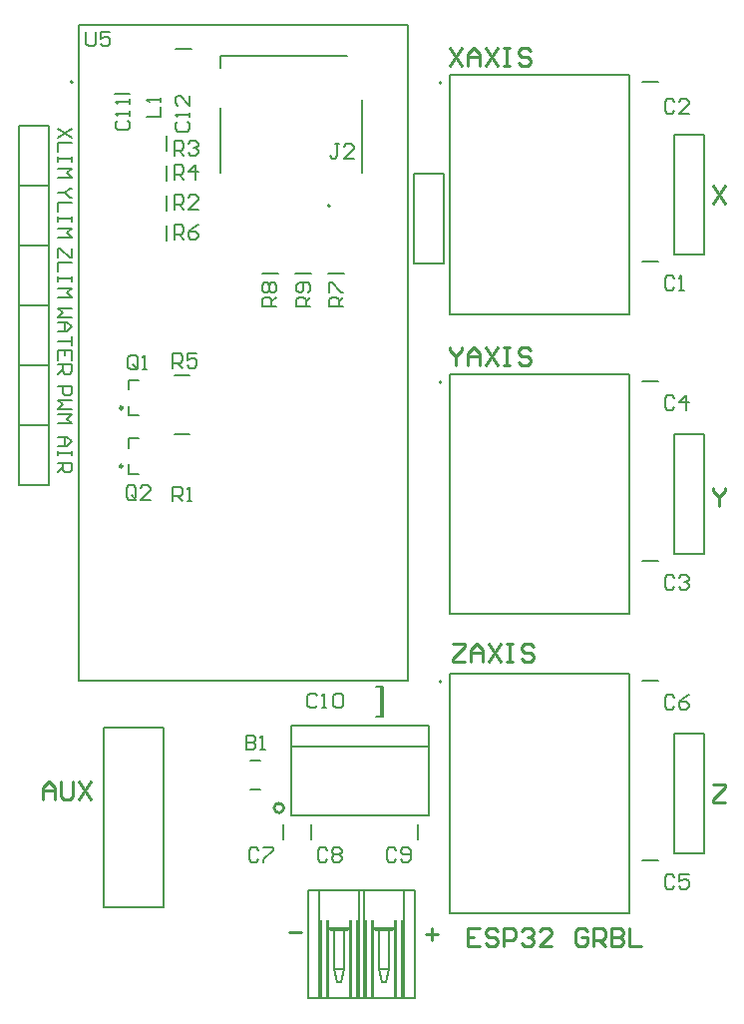
<source format=gto>
G04*
G04 #@! TF.GenerationSoftware,Altium Limited,Altium Designer,19.1.8 (144)*
G04*
G04 Layer_Color=65535*
%FSLAX43Y43*%
%MOMM*%
G71*
G01*
G75*
%ADD10C,0.250*%
%ADD11C,0.200*%
%ADD12C,0.254*%
%ADD13C,0.127*%
D10*
X119298Y84621D02*
G03*
X119298Y84621I-125J0D01*
G01*
Y89574D02*
G03*
X119298Y89574I-125J0D01*
G01*
D11*
X136904Y106720D02*
G03*
X136904Y106720I-100J0D01*
G01*
X115070Y117204D02*
G03*
X115070Y117204I-100J0D01*
G01*
X146386Y66346D02*
G03*
X146386Y66346I-100J0D01*
G01*
Y117146D02*
G03*
X146386Y117146I-100J0D01*
G01*
Y91746D02*
G03*
X146386Y91746I-100J0D01*
G01*
X138364Y45269D02*
G03*
X138556Y45414I0J200D01*
G01*
X136780D02*
G03*
X136972Y45269I192J55D01*
G01*
X142174D02*
G03*
X142366Y45414I0J200D01*
G01*
X140590D02*
G03*
X140782Y45269I192J55D01*
G01*
X119823Y83971D02*
X120623D01*
X119823D02*
Y84771D01*
Y86971D02*
X120623D01*
X119823Y86171D02*
Y86971D01*
X136764Y100970D02*
X138064D01*
X133970D02*
X135270D01*
X131176D02*
X132476D01*
X117729Y47244D02*
Y62484D01*
Y47244D02*
X122809D01*
Y62484D01*
X117729D02*
X122809D01*
X110490Y98298D02*
X113030D01*
Y103378D01*
X110490D02*
X113030D01*
X110490Y98298D02*
Y103378D01*
X113030D01*
Y108458D01*
X110490D02*
X113030D01*
X110490Y103378D02*
Y108458D01*
X113030D01*
Y113538D01*
X110490D02*
X113030D01*
X110490Y108458D02*
Y113538D01*
X123683Y92324D02*
X124983D01*
X110490Y88138D02*
X113030D01*
X110490D02*
Y93218D01*
X113030D01*
Y88138D02*
Y93218D01*
X110490D02*
X113030D01*
Y98298D01*
X110490D02*
X113030D01*
X110490Y93218D02*
Y98298D01*
X123058Y108824D02*
Y110124D01*
Y111364D02*
Y112664D01*
Y106284D02*
Y107584D01*
X144018Y101854D02*
Y109474D01*
Y101854D02*
X146558D01*
Y109474D01*
X144018D02*
X146558D01*
X118603Y116210D02*
X119903D01*
X132964Y52944D02*
Y54244D01*
X163434Y66416D02*
X164734D01*
X163434Y51176D02*
X164734D01*
X163434Y91816D02*
X164734D01*
X163434Y76576D02*
X164734D01*
X163434Y117216D02*
X164734D01*
X163434Y101976D02*
X164734D01*
X166116Y51816D02*
X168656D01*
X166116D02*
Y61976D01*
X168656Y51816D02*
Y61976D01*
X166116D02*
X168656D01*
X166116Y102616D02*
X168656D01*
X166116D02*
Y112776D01*
X168656Y102616D02*
Y112776D01*
X166116D02*
X168656D01*
X166116Y77216D02*
X168656D01*
X166116D02*
Y87376D01*
X168656Y77216D02*
Y87376D01*
X166116D02*
X168656D01*
X130156Y57170D02*
X130956D01*
X130156Y59670D02*
X130956D01*
X119823Y88924D02*
X120623D01*
X119823D02*
Y89724D01*
Y91924D02*
X120623D01*
X119823Y91124D02*
Y91924D01*
X123058Y103744D02*
Y105044D01*
X145288Y54991D02*
Y62611D01*
X133604Y54991D02*
Y62611D01*
Y54991D02*
X145288D01*
X133604Y62611D02*
X145288D01*
X133718Y60833D02*
X145288D01*
X135260Y52944D02*
Y54244D01*
X144394Y52944D02*
Y54244D01*
X140797Y63393D02*
X141397D01*
X140797Y65893D02*
X141397D01*
Y63393D02*
Y65893D01*
X141207Y63393D02*
Y65893D01*
X123810Y120010D02*
X125110D01*
X144078Y39469D02*
Y48669D01*
X136648Y39469D02*
Y46119D01*
X136748Y39469D02*
Y46119D01*
X136713Y39469D02*
Y46119D01*
X136108Y39469D02*
Y46119D01*
X139228Y39469D02*
Y46119D01*
X138633Y39469D02*
Y46119D01*
X138598Y39469D02*
Y46119D01*
X138698Y39469D02*
Y46119D01*
X139318Y39469D02*
Y46119D01*
X140458Y39469D02*
Y46119D01*
X140558Y39469D02*
Y46119D01*
X140523Y39469D02*
Y46119D01*
X139918Y39469D02*
Y46119D01*
X143038Y39469D02*
Y46119D01*
X142443Y39469D02*
Y46119D01*
X142408Y39469D02*
Y46119D01*
X142508Y39469D02*
Y46119D01*
X143128Y39469D02*
Y46119D01*
X136780Y45414D02*
X138556D01*
X136972Y45269D02*
X138364D01*
X140590Y45414D02*
X142366D01*
X140782Y45269D02*
X142174D01*
X137528Y40819D02*
X137818D01*
X141338D02*
X141628D01*
X137294Y41919D02*
X138052D01*
X137278Y41995D02*
Y45269D01*
X138068Y41995D02*
Y45269D01*
X137278Y41995D02*
X137528Y40819D01*
X137818D02*
X138068Y41995D01*
X141104Y41919D02*
X141862D01*
X141088Y41995D02*
Y45269D01*
X141878Y41995D02*
Y45269D01*
X141088Y41995D02*
X141338Y40819D01*
X141628D02*
X141878Y41995D01*
X135068Y39469D02*
X144078D01*
X135068D02*
Y48669D01*
X144078D01*
X143138Y39469D02*
Y48669D01*
X139828Y39469D02*
Y48669D01*
X139328Y39469D02*
Y48669D01*
X136018Y39469D02*
Y48669D01*
X113030Y83058D02*
Y88138D01*
X110490D02*
X113030D01*
X110490Y83058D02*
Y88138D01*
Y83058D02*
X113030D01*
X123683Y87371D02*
X124983D01*
X135255Y98171D02*
X134055D01*
Y98771D01*
X134255Y98971D01*
X134655D01*
X134855Y98771D01*
Y98171D01*
Y98571D02*
X135255Y98971D01*
X135055Y99371D02*
X135255Y99571D01*
Y99970D01*
X135055Y100170D01*
X134255D01*
X134055Y99970D01*
Y99571D01*
X134255Y99371D01*
X134455D01*
X134655Y99571D01*
Y100170D01*
X132334Y98171D02*
X131134D01*
Y98771D01*
X131334Y98971D01*
X131734D01*
X131934Y98771D01*
Y98171D01*
Y98571D02*
X132334Y98971D01*
X131334Y99371D02*
X131134Y99571D01*
Y99970D01*
X131334Y100170D01*
X131534D01*
X131734Y99970D01*
X131934Y100170D01*
X132134D01*
X132334Y99970D01*
Y99571D01*
X132134Y99371D01*
X131934D01*
X131734Y99571D01*
X131534Y99371D01*
X131334D01*
X131734Y99571D02*
Y99970D01*
X138049Y98171D02*
X136849D01*
Y98771D01*
X137049Y98971D01*
X137449D01*
X137649Y98771D01*
Y98171D01*
Y98571D02*
X138049Y98971D01*
X136849Y99371D02*
Y100170D01*
X137049D01*
X137849Y99371D01*
X138049D01*
X116205Y121469D02*
Y120469D01*
X116405Y120269D01*
X116805D01*
X117005Y120469D01*
Y121469D01*
X118204D02*
X117405D01*
Y120869D01*
X117804Y121069D01*
X118004D01*
X118204Y120869D01*
Y120469D01*
X118004Y120269D01*
X117605D01*
X117405Y120469D01*
X137706Y111944D02*
X137306D01*
X137506D01*
Y110944D01*
X137306Y110744D01*
X137106D01*
X136906Y110944D01*
X138905Y110744D02*
X138106D01*
X138905Y111544D01*
Y111744D01*
X138705Y111944D01*
X138306D01*
X138106Y111744D01*
X114992Y103124D02*
Y102324D01*
X114792D01*
X113992Y103124D01*
X113792D01*
Y102324D01*
X114992Y101924D02*
X113792D01*
Y101125D01*
X114992Y100725D02*
Y100325D01*
Y100525D01*
X113792D01*
Y100725D01*
Y100325D01*
Y99725D02*
X114992D01*
X114592Y99325D01*
X114992Y98925D01*
X113792D01*
X114992Y108204D02*
X114792D01*
X114392Y107804D01*
X114792Y107404D01*
X114992D01*
X114392Y107804D02*
X113792D01*
X114992Y107004D02*
X113792D01*
Y106205D01*
X114992Y105805D02*
Y105405D01*
Y105605D01*
X113792D01*
Y105805D01*
Y105405D01*
Y104805D02*
X114992D01*
X114592Y104405D01*
X114992Y104005D01*
X113792D01*
X114992Y113284D02*
X113792Y112484D01*
X114992D02*
X113792Y113284D01*
X114992Y112084D02*
X113792D01*
Y111285D01*
X114992Y110885D02*
Y110485D01*
Y110685D01*
X113792D01*
Y110885D01*
Y110485D01*
Y109885D02*
X114992D01*
X114592Y109485D01*
X114992Y109085D01*
X113792D01*
X123571Y92964D02*
Y94164D01*
X124171D01*
X124371Y93964D01*
Y93564D01*
X124171Y93364D01*
X123571D01*
X123971D02*
X124371Y92964D01*
X125570Y94164D02*
X124771D01*
Y93564D01*
X125170Y93764D01*
X125370D01*
X125570Y93564D01*
Y93164D01*
X125370Y92964D01*
X124971D01*
X124771Y93164D01*
X113792Y91440D02*
X114992D01*
Y90840D01*
X114792Y90640D01*
X114392D01*
X114192Y90840D01*
Y91440D01*
X114992Y90240D02*
X113792D01*
X114192Y89841D01*
X113792Y89441D01*
X114992D01*
X113792Y89041D02*
X114992D01*
X114592Y88641D01*
X114992Y88241D01*
X113792D01*
X114992Y98044D02*
X113792D01*
X114192Y97644D01*
X113792Y97244D01*
X114992D01*
X113792Y96844D02*
X114592D01*
X114992Y96445D01*
X114592Y96045D01*
X113792D01*
X114392D01*
Y96844D01*
X114992Y95645D02*
Y94845D01*
Y95245D01*
X113792D01*
X114992Y93645D02*
Y94445D01*
X113792D01*
Y93645D01*
X114392Y94445D02*
Y94045D01*
X113792Y93246D02*
X114992D01*
Y92646D01*
X114792Y92446D01*
X114392D01*
X114192Y92646D01*
Y93246D01*
Y92846D02*
X113792Y92446D01*
X123698Y108966D02*
Y110166D01*
X124298D01*
X124498Y109966D01*
Y109566D01*
X124298Y109366D01*
X123698D01*
X124098D02*
X124498Y108966D01*
X125497D02*
Y110166D01*
X124898Y109566D01*
X125697D01*
X123698Y110998D02*
Y112198D01*
X124298D01*
X124498Y111998D01*
Y111598D01*
X124298Y111398D01*
X123698D01*
X124098D02*
X124498Y110998D01*
X124898Y111998D02*
X125098Y112198D01*
X125497D01*
X125697Y111998D01*
Y111798D01*
X125497Y111598D01*
X125297D01*
X125497D01*
X125697Y111398D01*
Y111198D01*
X125497Y110998D01*
X125098D01*
X124898Y111198D01*
X123698Y106426D02*
Y107626D01*
X124298D01*
X124498Y107426D01*
Y107026D01*
X124298Y106826D01*
X123698D01*
X124098D02*
X124498Y106426D01*
X125697D02*
X124898D01*
X125697Y107226D01*
Y107426D01*
X125497Y107626D01*
X125098D01*
X124898Y107426D01*
X121355Y114300D02*
X122555D01*
Y115100D01*
Y115500D02*
Y115899D01*
Y115700D01*
X121355D01*
X121555Y115500D01*
X118888Y113957D02*
X118688Y113757D01*
Y113357D01*
X118888Y113157D01*
X119688D01*
X119888Y113357D01*
Y113757D01*
X119688Y113957D01*
X119888Y114357D02*
Y114756D01*
Y114557D01*
X118688D01*
X118888Y114357D01*
X119888Y115356D02*
Y115756D01*
Y115556D01*
X118688D01*
X118888Y115356D01*
X130848Y52054D02*
X130648Y52254D01*
X130248D01*
X130048Y52054D01*
Y51254D01*
X130248Y51054D01*
X130648D01*
X130848Y51254D01*
X131248Y52254D02*
X132047D01*
Y52054D01*
X131248Y51254D01*
Y51054D01*
X166154Y65008D02*
X165954Y65208D01*
X165554D01*
X165354Y65008D01*
Y64208D01*
X165554Y64008D01*
X165954D01*
X166154Y64208D01*
X167353Y65208D02*
X166953Y65008D01*
X166554Y64608D01*
Y64208D01*
X166754Y64008D01*
X167153D01*
X167353Y64208D01*
Y64408D01*
X167153Y64608D01*
X166554D01*
X166154Y49768D02*
X165954Y49968D01*
X165554D01*
X165354Y49768D01*
Y48968D01*
X165554Y48768D01*
X165954D01*
X166154Y48968D01*
X167353Y49968D02*
X166554D01*
Y49368D01*
X166953Y49568D01*
X167153D01*
X167353Y49368D01*
Y48968D01*
X167153Y48768D01*
X166754D01*
X166554Y48968D01*
X166154Y90408D02*
X165954Y90608D01*
X165554D01*
X165354Y90408D01*
Y89608D01*
X165554Y89408D01*
X165954D01*
X166154Y89608D01*
X167153Y89408D02*
Y90608D01*
X166554Y90008D01*
X167353D01*
X166154Y75168D02*
X165954Y75368D01*
X165554D01*
X165354Y75168D01*
Y74368D01*
X165554Y74168D01*
X165954D01*
X166154Y74368D01*
X166554Y75168D02*
X166754Y75368D01*
X167153D01*
X167353Y75168D01*
Y74968D01*
X167153Y74768D01*
X166953D01*
X167153D01*
X167353Y74568D01*
Y74368D01*
X167153Y74168D01*
X166754D01*
X166554Y74368D01*
X166154Y115554D02*
X165954Y115754D01*
X165554D01*
X165354Y115554D01*
Y114754D01*
X165554Y114554D01*
X165954D01*
X166154Y114754D01*
X167353Y114554D02*
X166554D01*
X167353Y115354D01*
Y115554D01*
X167153Y115754D01*
X166754D01*
X166554Y115554D01*
X166154Y100568D02*
X165954Y100768D01*
X165554D01*
X165354Y100568D01*
Y99768D01*
X165554Y99568D01*
X165954D01*
X166154Y99768D01*
X166554Y99568D02*
X166953D01*
X166754D01*
Y100768D01*
X166554Y100568D01*
X129794Y61779D02*
Y60579D01*
X130394D01*
X130594Y60779D01*
Y60979D01*
X130394Y61179D01*
X129794D01*
X130394D01*
X130594Y61379D01*
Y61579D01*
X130394Y61779D01*
X129794D01*
X130994Y60579D02*
X131393D01*
X131194D01*
Y61779D01*
X130994Y61579D01*
X120561Y93037D02*
Y93837D01*
X120361Y94037D01*
X119961D01*
X119761Y93837D01*
Y93037D01*
X119961Y92837D01*
X120361D01*
X120161Y93237D02*
X120561Y92837D01*
X120361D02*
X120561Y93037D01*
X120961Y92837D02*
X121360D01*
X121161D01*
Y94037D01*
X120961Y93837D01*
X123698Y103886D02*
Y105086D01*
X124298D01*
X124498Y104886D01*
Y104486D01*
X124298Y104286D01*
X123698D01*
X124098D02*
X124498Y103886D01*
X125697Y105086D02*
X125297Y104886D01*
X124898Y104486D01*
Y104086D01*
X125098Y103886D01*
X125497D01*
X125697Y104086D01*
Y104286D01*
X125497Y104486D01*
X124898D01*
X136690Y52054D02*
X136490Y52254D01*
X136090D01*
X135890Y52054D01*
Y51254D01*
X136090Y51054D01*
X136490D01*
X136690Y51254D01*
X137090Y52054D02*
X137290Y52254D01*
X137689D01*
X137889Y52054D01*
Y51854D01*
X137689Y51654D01*
X137889Y51454D01*
Y51254D01*
X137689Y51054D01*
X137290D01*
X137090Y51254D01*
Y51454D01*
X137290Y51654D01*
X137090Y51854D01*
Y52054D01*
X137290Y51654D02*
X137689D01*
X142532Y52054D02*
X142332Y52254D01*
X141932D01*
X141732Y52054D01*
Y51254D01*
X141932Y51054D01*
X142332D01*
X142532Y51254D01*
X142932D02*
X143132Y51054D01*
X143531D01*
X143731Y51254D01*
Y52054D01*
X143531Y52254D01*
X143132D01*
X142932Y52054D01*
Y51854D01*
X143132Y51654D01*
X143731D01*
X135801Y65135D02*
X135601Y65335D01*
X135201D01*
X135001Y65135D01*
Y64335D01*
X135201Y64135D01*
X135601D01*
X135801Y64335D01*
X136201Y64135D02*
X136600D01*
X136401D01*
Y65335D01*
X136201Y65135D01*
X137200D02*
X137400Y65335D01*
X137800D01*
X138000Y65135D01*
Y64335D01*
X137800Y64135D01*
X137400D01*
X137200Y64335D01*
Y65135D01*
X123968Y113830D02*
X123768Y113630D01*
Y113230D01*
X123968Y113030D01*
X124768D01*
X124968Y113230D01*
Y113630D01*
X124768Y113830D01*
X124968Y114230D02*
Y114629D01*
Y114430D01*
X123768D01*
X123968Y114230D01*
X124968Y116029D02*
Y115229D01*
X124168Y116029D01*
X123968D01*
X123768Y115829D01*
Y115429D01*
X123968Y115229D01*
X113792Y87122D02*
X114592D01*
X114992Y86722D01*
X114592Y86322D01*
X113792D01*
X114392D01*
Y87122D01*
X114992Y85922D02*
Y85523D01*
Y85722D01*
X113792D01*
Y85922D01*
Y85523D01*
Y84923D02*
X114992D01*
Y84323D01*
X114792Y84123D01*
X114392D01*
X114192Y84323D01*
Y84923D01*
Y84523D02*
X113792Y84123D01*
X120434Y81988D02*
Y82788D01*
X120234Y82988D01*
X119834D01*
X119634Y82788D01*
Y81988D01*
X119834Y81788D01*
X120234D01*
X120034Y82188D02*
X120434Y81788D01*
X120234D02*
X120434Y81988D01*
X121633Y81788D02*
X120834D01*
X121633Y82588D01*
Y82788D01*
X121433Y82988D01*
X121034D01*
X120834Y82788D01*
X123571Y81661D02*
Y82861D01*
X124171D01*
X124371Y82661D01*
Y82261D01*
X124171Y82061D01*
X123571D01*
X123971D02*
X124371Y81661D01*
X124771D02*
X125170D01*
X124971D01*
Y82861D01*
X124771Y82661D01*
D12*
X132969Y55626D02*
G03*
X132969Y55626I-402J0D01*
G01*
X145034Y44958D02*
X146050D01*
X145542Y45466D02*
Y44450D01*
X133477Y45085D02*
X134493D01*
X149606Y45466D02*
X148590D01*
Y43942D01*
X149606D01*
X148590Y44704D02*
X149098D01*
X151129Y45212D02*
X150875Y45466D01*
X150367D01*
X150114Y45212D01*
Y44958D01*
X150367Y44704D01*
X150875D01*
X151129Y44450D01*
Y44196D01*
X150875Y43942D01*
X150367D01*
X150114Y44196D01*
X151637Y43942D02*
Y45466D01*
X152399D01*
X152653Y45212D01*
Y44704D01*
X152399Y44450D01*
X151637D01*
X153161Y45212D02*
X153414Y45466D01*
X153922D01*
X154176Y45212D01*
Y44958D01*
X153922Y44704D01*
X153668D01*
X153922D01*
X154176Y44450D01*
Y44196D01*
X153922Y43942D01*
X153414D01*
X153161Y44196D01*
X155700Y43942D02*
X154684D01*
X155700Y44958D01*
Y45212D01*
X155446Y45466D01*
X154938D01*
X154684Y45212D01*
X158747D02*
X158493Y45466D01*
X157985D01*
X157731Y45212D01*
Y44196D01*
X157985Y43942D01*
X158493D01*
X158747Y44196D01*
Y44704D01*
X158239D01*
X159255Y43942D02*
Y45466D01*
X160016D01*
X160270Y45212D01*
Y44704D01*
X160016Y44450D01*
X159255D01*
X159762D02*
X160270Y43942D01*
X160778Y45466D02*
Y43942D01*
X161540D01*
X161794Y44196D01*
Y44450D01*
X161540Y44704D01*
X160778D01*
X161540D01*
X161794Y44958D01*
Y45212D01*
X161540Y45466D01*
X160778D01*
X162302D02*
Y43942D01*
X163317D01*
X112522Y56388D02*
Y57404D01*
X113030Y57912D01*
X113538Y57404D01*
Y56388D01*
Y57150D01*
X112522D01*
X114046Y57912D02*
Y56642D01*
X114299Y56388D01*
X114807D01*
X115061Y56642D01*
Y57912D01*
X115569D02*
X116585Y56388D01*
Y57912D02*
X115569Y56388D01*
X147320Y69596D02*
X148336D01*
Y69342D01*
X147320Y68326D01*
Y68072D01*
X148336D01*
X148844D02*
Y69088D01*
X149351Y69596D01*
X149859Y69088D01*
Y68072D01*
Y68834D01*
X148844D01*
X150367Y69596D02*
X151383Y68072D01*
Y69596D02*
X150367Y68072D01*
X151891Y69596D02*
X152398D01*
X152144D01*
Y68072D01*
X151891D01*
X152398D01*
X154176Y69342D02*
X153922Y69596D01*
X153414D01*
X153160Y69342D01*
Y69088D01*
X153414Y68834D01*
X153922D01*
X154176Y68580D01*
Y68326D01*
X153922Y68072D01*
X153414D01*
X153160Y68326D01*
X147066Y120142D02*
X148082Y118618D01*
Y120142D02*
X147066Y118618D01*
X148590D02*
Y119634D01*
X149097Y120142D01*
X149605Y119634D01*
Y118618D01*
Y119380D01*
X148590D01*
X150113Y120142D02*
X151129Y118618D01*
Y120142D02*
X150113Y118618D01*
X151637Y120142D02*
X152144D01*
X151890D01*
Y118618D01*
X151637D01*
X152144D01*
X153922Y119888D02*
X153668Y120142D01*
X153160D01*
X152906Y119888D01*
Y119634D01*
X153160Y119380D01*
X153668D01*
X153922Y119126D01*
Y118872D01*
X153668Y118618D01*
X153160D01*
X152906Y118872D01*
X147066Y94742D02*
Y94488D01*
X147574Y93980D01*
X148082Y94488D01*
Y94742D01*
X147574Y93980D02*
Y93218D01*
X148590D02*
Y94234D01*
X149097Y94742D01*
X149605Y94234D01*
Y93218D01*
Y93980D01*
X148590D01*
X150113Y94742D02*
X151129Y93218D01*
Y94742D02*
X150113Y93218D01*
X151637Y94742D02*
X152144D01*
X151890D01*
Y93218D01*
X151637D01*
X152144D01*
X153922Y94488D02*
X153668Y94742D01*
X153160D01*
X152906Y94488D01*
Y94234D01*
X153160Y93980D01*
X153668D01*
X153922Y93726D01*
Y93472D01*
X153668Y93218D01*
X153160D01*
X152906Y93472D01*
X169418Y57658D02*
X170434D01*
Y57404D01*
X169418Y56388D01*
Y56134D01*
X170434D01*
X169418Y108458D02*
X170434Y106934D01*
Y108458D02*
X169418Y106934D01*
Y82804D02*
Y82550D01*
X169926Y82042D01*
X170434Y82550D01*
Y82804D01*
X169926Y82042D02*
Y81280D01*
D13*
X127629Y109540D02*
Y115000D01*
Y119420D02*
X138384D01*
X139579Y109540D02*
Y115700D01*
X127629Y118390D02*
Y119420D01*
X115590Y66421D02*
X143490D01*
Y122047D01*
X115590D02*
X143490D01*
X115590Y66421D02*
Y122047D01*
X147066Y46736D02*
Y67056D01*
Y46736D02*
X162306D01*
Y67056D01*
X147066D02*
X162306D01*
X147066Y97536D02*
Y117856D01*
Y97536D02*
X162306D01*
Y117856D01*
X147066D02*
X162306D01*
X147066Y72136D02*
Y92456D01*
Y72136D02*
X162306D01*
Y92456D01*
X147066D02*
X162306D01*
M02*

</source>
